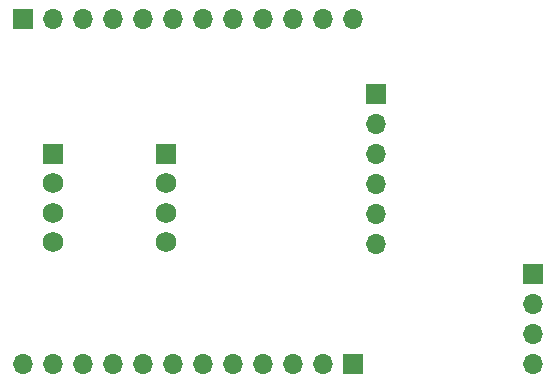
<source format=gbs>
G04 #@! TF.FileFunction,Soldermask,Bot*
%FSLAX46Y46*%
G04 Gerber Fmt 4.6, Leading zero omitted, Abs format (unit mm)*
G04 Created by KiCad (PCBNEW 4.0.7-e2-6376~60~ubuntu17.10.1) date Thu Dec 28 14:25:31 2017*
%MOMM*%
%LPD*%
G01*
G04 APERTURE LIST*
%ADD10C,0.100000*%
%ADD11R,1.700000X1.700000*%
%ADD12O,1.700000X1.700000*%
%ADD13R,1.750000X1.750000*%
%ADD14C,1.750000*%
G04 APERTURE END LIST*
D10*
D11*
X191770000Y-113030000D03*
D12*
X191770000Y-115570000D03*
X191770000Y-118110000D03*
X191770000Y-120650000D03*
D11*
X176530000Y-120650000D03*
D12*
X173990000Y-120650000D03*
X171450000Y-120650000D03*
X168910000Y-120650000D03*
X166370000Y-120650000D03*
X163830000Y-120650000D03*
X161290000Y-120650000D03*
X158750000Y-120650000D03*
X156210000Y-120650000D03*
X153670000Y-120650000D03*
X151130000Y-120650000D03*
X148590000Y-120650000D03*
D13*
X151130000Y-102870000D03*
D14*
X151130000Y-105370000D03*
X151130000Y-107870000D03*
X151130000Y-110370000D03*
D13*
X160655000Y-102870000D03*
D14*
X160655000Y-105370000D03*
X160655000Y-107870000D03*
X160655000Y-110370000D03*
D11*
X148590000Y-91440000D03*
D12*
X151130000Y-91440000D03*
X153670000Y-91440000D03*
X156210000Y-91440000D03*
X158750000Y-91440000D03*
X161290000Y-91440000D03*
X163830000Y-91440000D03*
X166370000Y-91440000D03*
X168910000Y-91440000D03*
X171450000Y-91440000D03*
X173990000Y-91440000D03*
X176530000Y-91440000D03*
D11*
X178435000Y-97790000D03*
D12*
X178435000Y-100330000D03*
X178435000Y-102870000D03*
X178435000Y-105410000D03*
X178435000Y-107950000D03*
X178435000Y-110490000D03*
M02*

</source>
